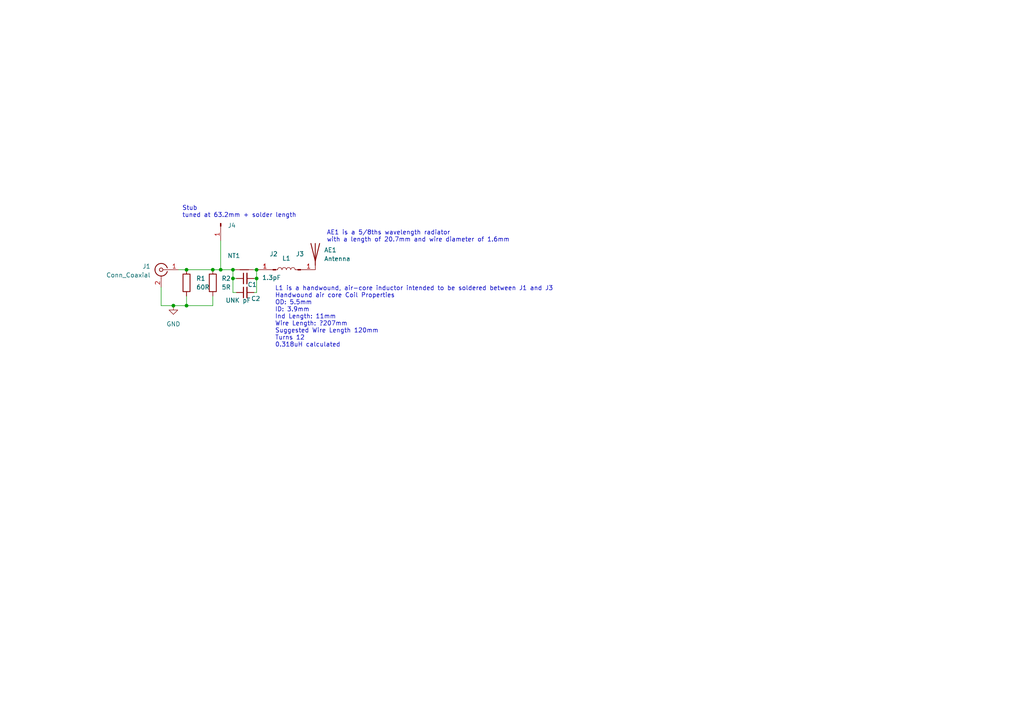
<source format=kicad_sch>
(kicad_sch (version 20230121) (generator eeschema)
  (paper "A4")
  (lib_symbols
    (symbol "Connector:Conn_01x01_Pin" (pin_names (offset 1.016) hide)
      (property "Reference" "J" (at 0 2.54 0))
      (property "Value" "Conn_01x01_Pin" (at 0 -2.54 0))
      (symbol "Conn_01x01_Pin_1_1"
        (polyline (pts (xy 1.27 0) (xy 0.8636 0)) (stroke (width 0.1524)))
        (rectangle (start 0.8636 0.127) (end 0 -0.127) (stroke (width 0.1524)) (fill (type outline)))
        (pin passive line (at 5.08 0 180) (length 3.81) (name "Pin_1") (number "1"))
      )
    )
    (symbol "Connector:Conn_Coaxial" (pin_names (offset 1.016) hide)
      (property "Reference" "J" (at 0.254 3.048 0))
      (property "Value" "Conn_Coaxial" (at 2.921 0 90))
      (symbol "Conn_Coaxial_0_1"
        (arc (start -1.778 -0.508) (mid 0.2311 -1.8066) (end 1.778 0) (stroke (width 0.254)))
        (polyline (pts (xy -2.54 0) (xy -0.508 0)))
        (polyline (pts (xy 0 -2.54) (xy 0 -1.778)))
        (circle (center 0 0) (radius 0.508) (stroke (width 0.2032)))
        (arc (start 1.778 0) (mid 0.2099 1.8101) (end -1.778 0.508) (stroke (width 0.254)))
      )
      (symbol "Conn_Coaxial_1_1"
        (pin passive line (at -5.08 0 0) (length 2.54) (name "In") (number "1"))
        (pin passive line (at 0 -5.08 90) (length 2.54) (name "Ext") (number "2"))
      )
    )
    (symbol "Device:Antenna" (pin_numbers hide) (pin_names (offset 1.016) hide)
      (property "Reference" "AE" (at -1.905 1.905 0))
      (property "Value" "Antenna" (at -1.905 0 0))
      (symbol "Antenna_0_1"
        (polyline (pts (xy 0 2.54) (xy 0 -3.81)) (stroke (width 0.254)))
        (polyline (pts (xy 1.27 2.54) (xy 0 -2.54) (xy -1.27 2.54)) (stroke (width 0.254)))
      )
      (symbol "Antenna_1_1"
        (pin input line (at 0 -5.08 90) (length 2.54) (name "A") (number "1"))
      )
    )
    (symbol "Device:C_Small" (pin_numbers hide) (pin_names (offset 0.254) hide)
      (property "Reference" "C" (at 0.254 1.778 0))
      (property "Value" "C_Small" (at 0.254 -2.032 0))
      (symbol "C_Small_0_1"
        (polyline (pts (xy -1.524 -0.508) (xy 1.524 -0.508)) (stroke (width 0.3302)))
        (polyline (pts (xy -1.524 0.508) (xy 1.524 0.508)) (stroke (width 0.3048)))
      )
      (symbol "C_Small_1_1"
        (pin passive line (at 0 2.54 270) (length 2.032) (name "~") (number "1"))
        (pin passive line (at 0 -2.54 90) (length 2.032) (name "~") (number "2"))
      )
    )
    (symbol "Device:L" (pin_numbers hide) (pin_names (offset 1.016) hide)
      (property "Reference" "L" (at -1.27 0 90))
      (property "Value" "L" (at 1.905 0 90))
      (symbol "L_0_1"
        (arc (start 0 -2.54) (mid 0.6323 -1.905) (end 0 -1.27))
        (arc (start 0 -1.27) (mid 0.6323 -0.635) (end 0 0))
        (arc (start 0 0) (mid 0.6323 0.635) (end 0 1.27))
        (arc (start 0 1.27) (mid 0.6323 1.905) (end 0 2.54))
      )
      (symbol "L_1_1"
        (pin passive line (at 0 3.81 270) (length 1.27) (name "1") (number "1"))
        (pin passive line (at 0 -3.81 90) (length 1.27) (name "2") (number "2"))
      )
    )
    (symbol "Device:NetTie_2" (pin_numbers hide) (pin_names (offset 0) hide) (in_bom no)
      (property "Reference" "NT" (at 0 1.27 0))
      (property "Value" "NetTie_2" (at 0 -1.27 0))
      (symbol "NetTie_2_0_1"
        (polyline (pts (xy -1.27 0) (xy 1.27 0)) (stroke (width 0.254)))
      )
      (symbol "NetTie_2_1_1"
        (pin passive line (at -2.54 0 0) (length 2.54) (name "1") (number "1"))
        (pin passive line (at 2.54 0 180) (length 2.54) (name "2") (number "2"))
      )
    )
    (symbol "Device:R" (pin_numbers hide) (pin_names (offset 0))
      (property "Reference" "R" (at 2.032 0 90))
      (property "Value" "R" (at 0 0 90))
      (symbol "R_0_1"
        (rectangle (start -1.016 -2.54) (end 1.016 2.54) (stroke (width 0.254)))
      )
      (symbol "R_1_1"
        (pin passive line (at 0 3.81 270) (length 1.27) (name "~") (number "1"))
        (pin passive line (at 0 -3.81 90) (length 1.27) (name "~") (number "2"))
      )
    )
    (symbol "power:GND" (power) (pin_names (offset 0))
      (property "Value" "GND" (at 0 -3.81 0))
      (symbol "GND_0_1"
        (polyline (pts (xy 0 0) (xy 0 -1.27) (xy 1.27 -1.27) (xy 0 -2.54) (xy -1.27 -1.27) (xy 0 -1.27)))
      )
      (symbol "GND_1_1"
        (pin power_in line (at 0 0 270) (length 0) hide (name "GND") (number "1"))
      )
    )
  )
  (junction (at 50.292 88.646))
  (junction (at 64.008 78.232))
  (junction (at 74.422 78.232))
  (junction (at 54.102 78.232))
  (junction (at 67.564 80.772))
  (junction (at 61.722 78.232))
  (junction (at 74.422 80.772))
  (junction (at 67.564 78.232))
  (junction (at 54.102 88.646))
  (wire (pts (xy 64.008 69.85) (xy 64.008 78.232)))
  (wire (pts (xy 67.564 80.772) (xy 67.564 84.836)))
  (wire (pts (xy 73.406 78.232) (xy 74.422 78.232)))
  (wire (pts (xy 68.58 84.836) (xy 67.564 84.836)))
  (wire (pts (xy 67.564 78.232) (xy 68.326 78.232)))
  (wire (pts (xy 50.292 88.646) (xy 54.102 88.646)))
  (wire (pts (xy 74.422 78.232) (xy 74.422 80.772)))
  (wire (pts (xy 51.816 78.232) (xy 54.102 78.232)))
  (wire (pts (xy 68.58 80.772) (xy 67.564 80.772)))
  (wire (pts (xy 46.736 83.312) (xy 46.736 88.646)))
  (wire (pts (xy 74.422 78.232) (xy 74.93 78.232)))
  (wire (pts (xy 67.564 77.978) (xy 67.564 78.232)))
  (wire (pts (xy 73.66 84.836) (xy 74.422 84.836)))
  (wire (pts (xy 73.66 80.772) (xy 74.422 80.772)))
  (wire (pts (xy 64.008 78.232) (xy 67.564 78.232)))
  (wire (pts (xy 74.422 80.772) (xy 74.422 84.836)))
  (wire (pts (xy 61.722 78.232) (xy 64.008 78.232)))
  (wire (pts (xy 67.564 78.232) (xy 67.564 80.772)))
  (wire (pts (xy 54.102 78.232) (xy 61.722 78.232)))
  (wire (pts (xy 61.722 88.646) (xy 54.102 88.646)))
  (wire (pts (xy 54.102 88.646) (xy 54.102 85.852)))
  (wire (pts (xy 46.736 88.646) (xy 50.292 88.646)))
  (wire (pts (xy 61.722 85.852) (xy 61.722 88.646)))
  (text "AE1 is a 5/8ths wavelength radiator \nwith a length of 20.7mm and wire diameter of 1.6mm" (at 94.742 70.358 0) (effects (font (size 1.27 1.27)) (justify left bottom)))
  (text "Stub\ntuned at 63.2mm + solder length" (at 52.832 63.246 0) (effects (font (size 1.27 1.27)) (justify left bottom)))
  (text "L1 is a handwound, air-core inductor intended to be soldered between J1 and J3\nHandwound air core Coil Properties\nOD: 5.5mm\nID: 3.9mm\nInd Length: 11mm\nWire Length: ?207mm\nSuggested Wire Length 120mm\nTurns 12\n0.318uH calculated" (at 79.756 100.838 0) (effects (font (size 1.27 1.27)) (justify left bottom)))
  (symbol (lib_id "Device:NetTie_2") (at 70.866 78.232 0) (unit 1) (in_bom no)
    (property "Reference" "NT1" (at 67.818 74.168 0))
    (property "Value" "NetTie_2" (effects hide))
    (property "Footprint" "Jumper:SolderJumper-2_P1.3mm_Open_RoundedPad1.0x1.5mm" (effects hide))
  )
  (symbol (lib_id "Device:Antenna") (at 91.44 73.152 0) (unit 1)
    (property "Reference" "AE1" (at 93.98 72.517 0) (effects (justify left)))
    (property "Value" "Antenna" (at 93.98 75.057 0) (effects (justify left)))
    (property "Datasheet" "207mm long wire, 1.5mm diameter" (effects hide))
  )
  (symbol (lib_id "Device:R") (at 61.722 82.042 0) (unit 1)
    (property "Reference" "R2" (at 64.262 80.772 0) (effects (justify left)))
    (property "Value" "5R" (at 64.262 83.312 0) (effects (justify left)))
    (property "Footprint" "Resistor_SMD:R_0402_1005Metric_Pad0.72x0.64mm_HandSolder" (effects hide))
  )
  (symbol (lib_id "Device:C_Small") (at 71.12 84.836 90) (unit 1)
    (property "Reference" "C2" (at 74.168 86.614 90))
    (property "Value" "UNK pF" (at 69.088 87.122 90))
    (property "Footprint" "Resistor_SMD:R_0402_1005Metric_Pad0.72x0.64mm_HandSolder" (effects hide))
  )
  (symbol (lib_id "power:GND") (at 50.292 88.646 0) (unit 1)
    (property "Reference" "#PWR01" (effects hide))
    (property "Value" "GND" (at 50.292 93.98 0))
  )
  (symbol (lib_id "Device:R") (at 54.102 82.042 0) (unit 1)
    (property "Reference" "R1" (at 56.896 80.772 0) (effects (justify left)))
    (property "Value" "60R" (at 56.896 83.312 0) (effects (justify left)))
    (property "Footprint" "Resistor_SMD:R_0402_1005Metric_Pad0.72x0.64mm_HandSolder" (effects hide))
  )
  (symbol (lib_id "Device:C_Small") (at 71.12 80.772 90) (unit 1)
    (property "Reference" "C1" (at 73.152 82.55 90))
    (property "Value" "1.3pF" (at 78.74 80.518 90))
    (property "Footprint" "Resistor_SMD:R_0402_1005Metric_Pad0.72x0.64mm_HandSolder" (effects hide))
  )
  (symbol (lib_id "Connector:Conn_01x01_Pin") (at 64.008 64.77 90) (mirror x) (unit 1)
    (property "Reference" "J4" (at 66.04 65.405 90) (effects (justify right)))
    (property "Value" "Conn_01x01_Pin" (effects hide))
    (property "Footprint" "TestPoint:TestPoint_Keystone_5015_Micro-Minature" (effects hide))
  )
  (symbol (lib_id "Device:L") (at 83.058 78.232 90) (unit 1)
    (property "Reference" "L1" (at 83.058 74.93 90))
    (property "Value" "e" (effects hide))
  )
  (symbol (lib_id "Connector:Conn_01x01_Pin") (at 80.01 78.232 0) (mirror y) (unit 1)
    (property "Reference" "J2" (at 79.375 73.66 0))
    (property "Value" "Conn_01x01_Pin" (effects hide))
    (property "Footprint" "TestPoint:TestPoint_Keystone_5015_Micro-Minature" (effects hide))
  )
  (symbol (lib_id "Connector:Conn_01x01_Pin") (at 86.36 78.232 0) (unit 1)
    (property "Reference" "J3" (at 86.995 73.66 0))
    (property "Value" "Conn_01x01_Pin" (effects hide))
    (property "Footprint" "TestPoint:TestPoint_Keystone_5015_Micro-Minature" (effects hide))
  )
  (symbol (lib_id "Connector:Conn_Coaxial") (at 46.736 78.232 0) (mirror y) (unit 1)
    (property "Reference" "J1" (at 43.688 77.2552 0) (effects (justify left)))
    (property "Value" "Conn_Coaxial" (at 43.688 79.7952 0) (effects (justify left)))
    (property "Footprint" "Connector_Coaxial:SMA_Molex_73251-1153_EdgeMount_Horizontal" (effects hide))
    (property "Datasheet" " ~" (effects hide))
  )
)
</source>
